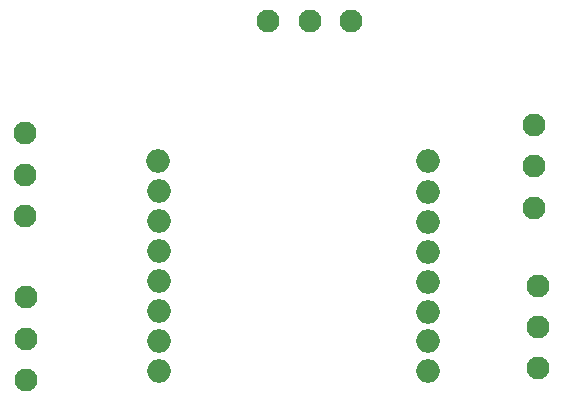
<source format=gbr>
%TF.GenerationSoftware,KiCad,Pcbnew,(7.0.0)*%
%TF.CreationDate,2023-06-11T09:55:09+03:00*%
%TF.ProjectId,C3 pico Breakout PCB,43332070-6963-46f2-9042-7265616b6f75,rev?*%
%TF.SameCoordinates,Original*%
%TF.FileFunction,Copper,L2,Bot*%
%TF.FilePolarity,Positive*%
%FSLAX46Y46*%
G04 Gerber Fmt 4.6, Leading zero omitted, Abs format (unit mm)*
G04 Created by KiCad (PCBNEW (7.0.0)) date 2023-06-11 09:55:09*
%MOMM*%
%LPD*%
G01*
G04 APERTURE LIST*
%TA.AperFunction,ComponentPad*%
%ADD10O,2.000000X2.000000*%
%TD*%
%TA.AperFunction,ComponentPad*%
%ADD11C,1.950000*%
%TD*%
G04 APERTURE END LIST*
D10*
%TO.P,U2,0,A0*%
%TO.N,A0*%
X141182499Y-88509999D03*
%TO.P,U2,1,A1*%
%TO.N,A1*%
X141172499Y-85969999D03*
%TO.P,U2,2,A2*%
%TO.N,A2*%
X141172499Y-83419999D03*
%TO.P,U2,3,A3*%
%TO.N,A3*%
X141182499Y-80889999D03*
%TO.P,U2,3V,3V*%
%TO.N,unconnected-(U2-Pad3V)*%
X141172499Y-96119999D03*
%TO.P,U2,4,A4*%
%TO.N,A4*%
X141212499Y-91039999D03*
%TO.P,U2,5,A5*%
%TO.N,A5*%
X141182499Y-93579999D03*
%TO.P,U2,6,6*%
%TO.N,unconnected-(U2-Pad6)*%
X163992499Y-91069999D03*
%TO.P,U2,7,RGBLED*%
%TO.N,unconnected-(U2-RGBLED-Pad7)*%
X163982499Y-88529999D03*
%TO.P,U2,8,SDA*%
%TO.N,unconnected-(U2-SDA-Pad8)*%
X163982499Y-85999999D03*
%TO.P,U2,10,SCL*%
%TO.N,unconnected-(U2-SCL-Pad10)*%
X164012499Y-83439999D03*
%TO.P,U2,20,RX*%
%TO.N,unconnected-(U2-RX-Pad20)*%
X163992499Y-80899999D03*
%TO.P,U2,21,TX*%
%TO.N,unconnected-(U2-TX-Pad21)*%
X164002499Y-78329999D03*
%TO.P,U2,EN,RST*%
%TO.N,unconnected-(U2-RST-PadEN)*%
X141162499Y-78349999D03*
%TO.P,U2,GND,GND*%
%TO.N,GND*%
X164002499Y-93559999D03*
%TO.P,U2,V,VIN*%
%TO.N,unconnected-(U2-VIN-PadV)*%
X163992499Y-96109999D03*
%TD*%
D11*
%TO.P,J1,1*%
%TO.N,GND*%
X129857500Y-75960000D03*
%TO.P,J1,2*%
%TO.N,A0*%
X129857500Y-79460000D03*
%TO.P,J1,3*%
X129857500Y-82960000D03*
%TD*%
%TO.P,J4,1*%
%TO.N,GND*%
X173307500Y-95870000D03*
%TO.P,J4,2*%
%TO.N,A1*%
X173307500Y-92370000D03*
%TO.P,J4,3*%
X173307500Y-88870000D03*
%TD*%
%TO.P,J2,1*%
%TO.N,GND*%
X129937500Y-89850000D03*
%TO.P,J2,2*%
%TO.N,A5*%
X129937500Y-93350000D03*
%TO.P,J2,3*%
X129937500Y-96850000D03*
%TD*%
%TO.P,J5,1*%
%TO.N,GND*%
X172987500Y-82270000D03*
%TO.P,J5,2*%
%TO.N,A2*%
X172987500Y-78770000D03*
%TO.P,J5,3*%
X172987500Y-75270000D03*
%TD*%
%TO.P,J3,1*%
%TO.N,GND*%
X157477500Y-66420000D03*
%TO.P,J3,2*%
%TO.N,A3*%
X153977500Y-66420000D03*
%TO.P,J3,3*%
X150477500Y-66420000D03*
%TD*%
M02*

</source>
